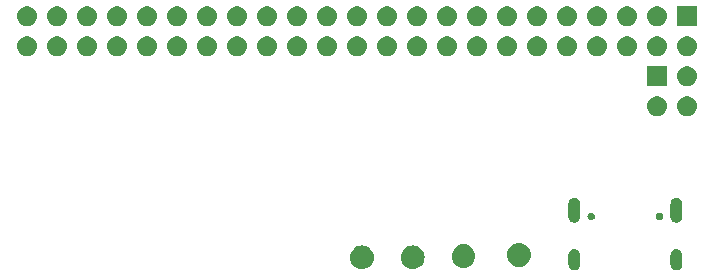
<source format=gbs>
G04 #@! TF.GenerationSoftware,KiCad,Pcbnew,7.0.6-7.0.6~ubuntu22.04.1*
G04 #@! TF.CreationDate,2023-07-20T16:44:22-04:00*
G04 #@! TF.ProjectId,f1c_linux,6631635f-6c69-46e7-9578-2e6b69636164,1*
G04 #@! TF.SameCoordinates,Original*
G04 #@! TF.FileFunction,Soldermask,Bot*
G04 #@! TF.FilePolarity,Negative*
%FSLAX46Y46*%
G04 Gerber Fmt 4.6, Leading zero omitted, Abs format (unit mm)*
G04 Created by KiCad (PCBNEW 7.0.6-7.0.6~ubuntu22.04.1) date 2023-07-20 16:44:22*
%MOMM*%
%LPD*%
G01*
G04 APERTURE LIST*
G04 APERTURE END LIST*
G36*
X108896305Y-64715089D02*
G01*
X108951157Y-64715089D01*
X108967814Y-64719979D01*
X108981631Y-64720925D01*
X109032001Y-64738826D01*
X109087708Y-64755184D01*
X109099689Y-64762883D01*
X109109813Y-64766482D01*
X109155824Y-64798959D01*
X109207430Y-64832125D01*
X109214707Y-64840523D01*
X109220950Y-64844930D01*
X109258192Y-64890707D01*
X109300627Y-64939680D01*
X109303945Y-64946947D01*
X109306801Y-64950457D01*
X109331182Y-65006588D01*
X109359746Y-65069134D01*
X109360436Y-65073936D01*
X109360998Y-65075229D01*
X109369153Y-65134560D01*
X109380000Y-65210000D01*
X109380000Y-66010000D01*
X109379772Y-66011580D01*
X109375344Y-66076327D01*
X109365318Y-66112106D01*
X109359746Y-66150866D01*
X109346065Y-66180823D01*
X109338168Y-66209008D01*
X109318192Y-66241856D01*
X109300627Y-66280320D01*
X109281095Y-66302861D01*
X109267485Y-66325242D01*
X109237166Y-66353557D01*
X109207430Y-66387875D01*
X109184955Y-66402318D01*
X109168065Y-66418093D01*
X109128553Y-66438566D01*
X109087708Y-66464816D01*
X109065058Y-66471466D01*
X109047277Y-66480680D01*
X109000756Y-66490347D01*
X108951157Y-66504911D01*
X108930674Y-66504911D01*
X108914091Y-66508357D01*
X108863708Y-66504911D01*
X108808843Y-66504911D01*
X108792181Y-66500018D01*
X108778368Y-66499074D01*
X108728009Y-66481176D01*
X108672292Y-66464816D01*
X108660308Y-66457114D01*
X108650186Y-66453517D01*
X108604180Y-66421043D01*
X108552570Y-66387875D01*
X108545291Y-66379475D01*
X108539049Y-66375069D01*
X108501804Y-66329288D01*
X108459373Y-66280320D01*
X108456054Y-66273052D01*
X108453198Y-66269542D01*
X108428805Y-66213386D01*
X108400254Y-66150866D01*
X108399563Y-66146065D01*
X108399001Y-66144770D01*
X108390837Y-66085371D01*
X108380000Y-66010000D01*
X108380000Y-65210000D01*
X108380227Y-65208420D01*
X108384655Y-65143672D01*
X108394682Y-65107884D01*
X108400254Y-65069134D01*
X108413931Y-65039183D01*
X108421831Y-65010991D01*
X108441812Y-64978132D01*
X108459373Y-64939680D01*
X108478899Y-64917145D01*
X108492514Y-64894757D01*
X108522842Y-64866432D01*
X108552570Y-64832125D01*
X108575037Y-64817685D01*
X108591934Y-64801906D01*
X108631458Y-64781425D01*
X108672292Y-64755184D01*
X108694935Y-64748535D01*
X108712722Y-64739319D01*
X108759257Y-64729648D01*
X108808843Y-64715089D01*
X108829321Y-64715089D01*
X108845908Y-64711642D01*
X108896305Y-64715089D01*
G37*
G36*
X117536305Y-64715089D02*
G01*
X117591157Y-64715089D01*
X117607814Y-64719979D01*
X117621631Y-64720925D01*
X117672001Y-64738826D01*
X117727708Y-64755184D01*
X117739689Y-64762883D01*
X117749813Y-64766482D01*
X117795824Y-64798959D01*
X117847430Y-64832125D01*
X117854707Y-64840523D01*
X117860950Y-64844930D01*
X117898192Y-64890707D01*
X117940627Y-64939680D01*
X117943945Y-64946947D01*
X117946801Y-64950457D01*
X117971182Y-65006588D01*
X117999746Y-65069134D01*
X118000436Y-65073936D01*
X118000998Y-65075229D01*
X118009153Y-65134560D01*
X118020000Y-65210000D01*
X118020000Y-66010000D01*
X118019772Y-66011580D01*
X118015344Y-66076327D01*
X118005318Y-66112106D01*
X117999746Y-66150866D01*
X117986065Y-66180823D01*
X117978168Y-66209008D01*
X117958192Y-66241856D01*
X117940627Y-66280320D01*
X117921095Y-66302861D01*
X117907485Y-66325242D01*
X117877166Y-66353557D01*
X117847430Y-66387875D01*
X117824955Y-66402318D01*
X117808065Y-66418093D01*
X117768553Y-66438566D01*
X117727708Y-66464816D01*
X117705058Y-66471466D01*
X117687277Y-66480680D01*
X117640756Y-66490347D01*
X117591157Y-66504911D01*
X117570674Y-66504911D01*
X117554091Y-66508357D01*
X117503708Y-66504911D01*
X117448843Y-66504911D01*
X117432181Y-66500018D01*
X117418368Y-66499074D01*
X117368009Y-66481176D01*
X117312292Y-66464816D01*
X117300308Y-66457114D01*
X117290186Y-66453517D01*
X117244180Y-66421043D01*
X117192570Y-66387875D01*
X117185291Y-66379475D01*
X117179049Y-66375069D01*
X117141804Y-66329288D01*
X117099373Y-66280320D01*
X117096054Y-66273052D01*
X117093198Y-66269542D01*
X117068805Y-66213386D01*
X117040254Y-66150866D01*
X117039563Y-66146065D01*
X117039001Y-66144770D01*
X117030837Y-66085371D01*
X117020000Y-66010000D01*
X117020000Y-65210000D01*
X117020227Y-65208420D01*
X117024655Y-65143672D01*
X117034682Y-65107884D01*
X117040254Y-65069134D01*
X117053931Y-65039183D01*
X117061831Y-65010991D01*
X117081812Y-64978132D01*
X117099373Y-64939680D01*
X117118899Y-64917145D01*
X117132514Y-64894757D01*
X117162842Y-64866432D01*
X117192570Y-64832125D01*
X117215037Y-64817685D01*
X117231934Y-64801906D01*
X117271458Y-64781425D01*
X117312292Y-64755184D01*
X117334935Y-64748535D01*
X117352722Y-64739319D01*
X117399257Y-64729648D01*
X117448843Y-64715089D01*
X117469321Y-64715089D01*
X117485908Y-64711642D01*
X117536305Y-64715089D01*
G37*
G36*
X91096031Y-64414468D02*
G01*
X91284536Y-64471650D01*
X91438390Y-64553887D01*
X91458259Y-64564507D01*
X91610528Y-64689472D01*
X91735493Y-64841741D01*
X91828350Y-65015465D01*
X91885531Y-65203966D01*
X91904839Y-65400000D01*
X91885531Y-65596034D01*
X91828350Y-65784535D01*
X91735493Y-65958259D01*
X91610528Y-66110528D01*
X91458259Y-66235493D01*
X91284535Y-66328350D01*
X91096034Y-66385531D01*
X90900000Y-66404839D01*
X90703966Y-66385531D01*
X90515465Y-66328350D01*
X90341741Y-66235493D01*
X90189472Y-66110528D01*
X90064507Y-65958259D01*
X90011055Y-65858257D01*
X89971650Y-65784536D01*
X89914468Y-65596031D01*
X89895161Y-65400000D01*
X89914468Y-65203968D01*
X89971650Y-65015463D01*
X90064506Y-64841742D01*
X90189472Y-64689472D01*
X90341742Y-64564506D01*
X90515463Y-64471650D01*
X90703968Y-64414468D01*
X90900000Y-64395161D01*
X91096031Y-64414468D01*
G37*
G36*
X95396031Y-64414468D02*
G01*
X95584536Y-64471650D01*
X95738390Y-64553887D01*
X95758259Y-64564507D01*
X95910528Y-64689472D01*
X96035493Y-64841741D01*
X96128350Y-65015465D01*
X96185531Y-65203966D01*
X96204839Y-65400000D01*
X96185531Y-65596034D01*
X96128350Y-65784535D01*
X96035493Y-65958259D01*
X95910528Y-66110528D01*
X95758259Y-66235493D01*
X95584535Y-66328350D01*
X95396034Y-66385531D01*
X95200000Y-66404839D01*
X95003966Y-66385531D01*
X94815465Y-66328350D01*
X94641741Y-66235493D01*
X94489472Y-66110528D01*
X94364507Y-65958259D01*
X94311055Y-65858257D01*
X94271650Y-65784536D01*
X94214468Y-65596031D01*
X94195161Y-65400000D01*
X94214468Y-65203968D01*
X94271650Y-65015463D01*
X94364506Y-64841742D01*
X94489472Y-64689472D01*
X94641742Y-64564506D01*
X94815463Y-64471650D01*
X95003968Y-64414468D01*
X95200000Y-64395161D01*
X95396031Y-64414468D01*
G37*
G36*
X99696031Y-64314468D02*
G01*
X99884536Y-64371650D01*
X100038390Y-64453887D01*
X100058259Y-64464507D01*
X100210528Y-64589472D01*
X100335493Y-64741741D01*
X100428350Y-64915465D01*
X100485531Y-65103966D01*
X100504839Y-65300000D01*
X100485531Y-65496034D01*
X100428350Y-65684535D01*
X100335493Y-65858259D01*
X100210528Y-66010528D01*
X100058259Y-66135493D01*
X99884535Y-66228350D01*
X99696034Y-66285531D01*
X99500000Y-66304839D01*
X99303966Y-66285531D01*
X99115465Y-66228350D01*
X98941741Y-66135493D01*
X98789472Y-66010528D01*
X98664507Y-65858259D01*
X98611055Y-65758257D01*
X98571650Y-65684536D01*
X98514468Y-65496031D01*
X98495161Y-65300000D01*
X98514468Y-65103968D01*
X98571650Y-64915463D01*
X98664506Y-64741742D01*
X98789472Y-64589472D01*
X98941742Y-64464506D01*
X99115463Y-64371650D01*
X99303968Y-64314468D01*
X99500000Y-64295161D01*
X99696031Y-64314468D01*
G37*
G36*
X104396031Y-64214468D02*
G01*
X104584536Y-64271650D01*
X104738390Y-64353887D01*
X104758259Y-64364507D01*
X104910528Y-64489472D01*
X105035493Y-64641741D01*
X105128350Y-64815465D01*
X105185531Y-65003966D01*
X105204839Y-65200000D01*
X105185531Y-65396034D01*
X105128350Y-65584535D01*
X105035493Y-65758259D01*
X104910528Y-65910528D01*
X104758259Y-66035493D01*
X104584535Y-66128350D01*
X104396034Y-66185531D01*
X104200000Y-66204839D01*
X104003966Y-66185531D01*
X103815465Y-66128350D01*
X103641741Y-66035493D01*
X103489472Y-65910528D01*
X103364507Y-65758259D01*
X103277796Y-65596034D01*
X103271650Y-65584536D01*
X103214468Y-65396031D01*
X103195161Y-65200000D01*
X103214468Y-65003968D01*
X103271650Y-64815463D01*
X103364506Y-64641742D01*
X103489472Y-64489472D01*
X103641742Y-64364506D01*
X103815463Y-64271650D01*
X104003968Y-64214468D01*
X104200000Y-64195161D01*
X104396031Y-64214468D01*
G37*
G36*
X108896305Y-60365089D02*
G01*
X108951157Y-60365089D01*
X108967814Y-60369979D01*
X108981631Y-60370925D01*
X109032001Y-60388826D01*
X109087708Y-60405184D01*
X109099689Y-60412883D01*
X109109813Y-60416482D01*
X109155824Y-60448959D01*
X109207430Y-60482125D01*
X109214707Y-60490523D01*
X109220950Y-60494930D01*
X109258192Y-60540707D01*
X109300627Y-60589680D01*
X109303945Y-60596947D01*
X109306801Y-60600457D01*
X109331182Y-60656588D01*
X109359746Y-60719134D01*
X109360436Y-60723936D01*
X109360998Y-60725229D01*
X109369153Y-60784560D01*
X109380000Y-60860000D01*
X109380000Y-61960000D01*
X109379772Y-61961580D01*
X109375344Y-62026327D01*
X109365318Y-62062106D01*
X109359746Y-62100866D01*
X109346065Y-62130823D01*
X109338168Y-62159008D01*
X109318192Y-62191856D01*
X109300627Y-62230320D01*
X109281095Y-62252861D01*
X109267485Y-62275242D01*
X109237166Y-62303557D01*
X109207430Y-62337875D01*
X109184955Y-62352318D01*
X109168065Y-62368093D01*
X109128553Y-62388566D01*
X109087708Y-62414816D01*
X109065058Y-62421466D01*
X109047277Y-62430680D01*
X109000756Y-62440347D01*
X108951157Y-62454911D01*
X108930674Y-62454911D01*
X108914091Y-62458357D01*
X108863708Y-62454911D01*
X108808843Y-62454911D01*
X108792181Y-62450018D01*
X108778368Y-62449074D01*
X108728009Y-62431176D01*
X108672292Y-62414816D01*
X108660308Y-62407114D01*
X108650186Y-62403517D01*
X108604180Y-62371043D01*
X108552570Y-62337875D01*
X108545291Y-62329475D01*
X108539049Y-62325069D01*
X108501804Y-62279288D01*
X108459373Y-62230320D01*
X108456054Y-62223052D01*
X108453198Y-62219542D01*
X108428805Y-62163386D01*
X108400254Y-62100866D01*
X108399563Y-62096065D01*
X108399001Y-62094770D01*
X108390837Y-62035371D01*
X108380000Y-61960000D01*
X108380000Y-60860000D01*
X108380227Y-60858420D01*
X108384655Y-60793672D01*
X108394682Y-60757884D01*
X108400254Y-60719134D01*
X108413931Y-60689183D01*
X108421831Y-60660991D01*
X108441812Y-60628132D01*
X108459373Y-60589680D01*
X108478899Y-60567145D01*
X108492514Y-60544757D01*
X108522842Y-60516432D01*
X108552570Y-60482125D01*
X108575037Y-60467685D01*
X108591934Y-60451906D01*
X108631458Y-60431425D01*
X108672292Y-60405184D01*
X108694935Y-60398535D01*
X108712722Y-60389319D01*
X108759257Y-60379648D01*
X108808843Y-60365089D01*
X108829321Y-60365089D01*
X108845908Y-60361642D01*
X108896305Y-60365089D01*
G37*
G36*
X117536305Y-60365089D02*
G01*
X117591157Y-60365089D01*
X117607814Y-60369979D01*
X117621631Y-60370925D01*
X117672001Y-60388826D01*
X117727708Y-60405184D01*
X117739689Y-60412883D01*
X117749813Y-60416482D01*
X117795824Y-60448959D01*
X117847430Y-60482125D01*
X117854707Y-60490523D01*
X117860950Y-60494930D01*
X117898192Y-60540707D01*
X117940627Y-60589680D01*
X117943945Y-60596947D01*
X117946801Y-60600457D01*
X117971182Y-60656588D01*
X117999746Y-60719134D01*
X118000436Y-60723936D01*
X118000998Y-60725229D01*
X118009153Y-60784560D01*
X118020000Y-60860000D01*
X118020000Y-61960000D01*
X118019772Y-61961580D01*
X118015344Y-62026327D01*
X118005318Y-62062106D01*
X117999746Y-62100866D01*
X117986065Y-62130823D01*
X117978168Y-62159008D01*
X117958192Y-62191856D01*
X117940627Y-62230320D01*
X117921095Y-62252861D01*
X117907485Y-62275242D01*
X117877166Y-62303557D01*
X117847430Y-62337875D01*
X117824955Y-62352318D01*
X117808065Y-62368093D01*
X117768553Y-62388566D01*
X117727708Y-62414816D01*
X117705058Y-62421466D01*
X117687277Y-62430680D01*
X117640756Y-62440347D01*
X117591157Y-62454911D01*
X117570674Y-62454911D01*
X117554091Y-62458357D01*
X117503708Y-62454911D01*
X117448843Y-62454911D01*
X117432181Y-62450018D01*
X117418368Y-62449074D01*
X117368009Y-62431176D01*
X117312292Y-62414816D01*
X117300308Y-62407114D01*
X117290186Y-62403517D01*
X117244180Y-62371043D01*
X117192570Y-62337875D01*
X117185291Y-62329475D01*
X117179049Y-62325069D01*
X117141804Y-62279288D01*
X117099373Y-62230320D01*
X117096054Y-62223052D01*
X117093198Y-62219542D01*
X117068805Y-62163386D01*
X117040254Y-62100866D01*
X117039563Y-62096065D01*
X117039001Y-62094770D01*
X117030837Y-62035371D01*
X117020000Y-61960000D01*
X117020000Y-60860000D01*
X117020227Y-60858420D01*
X117024655Y-60793672D01*
X117034682Y-60757884D01*
X117040254Y-60719134D01*
X117053931Y-60689183D01*
X117061831Y-60660991D01*
X117081812Y-60628132D01*
X117099373Y-60589680D01*
X117118899Y-60567145D01*
X117132514Y-60544757D01*
X117162842Y-60516432D01*
X117192570Y-60482125D01*
X117215037Y-60467685D01*
X117231934Y-60451906D01*
X117271458Y-60431425D01*
X117312292Y-60405184D01*
X117334935Y-60398535D01*
X117352722Y-60389319D01*
X117399257Y-60379648D01*
X117448843Y-60365089D01*
X117469321Y-60365089D01*
X117485908Y-60361642D01*
X117536305Y-60365089D01*
G37*
G36*
X110337174Y-61609937D02*
G01*
X110366436Y-61609937D01*
X110388978Y-61618141D01*
X110410237Y-61621509D01*
X110440265Y-61636809D01*
X110472500Y-61648542D01*
X110486735Y-61660487D01*
X110500658Y-61667581D01*
X110529175Y-61696098D01*
X110558964Y-61721094D01*
X110565511Y-61732434D01*
X110572418Y-61739341D01*
X110594345Y-61782375D01*
X110615400Y-61818843D01*
X110616708Y-61826266D01*
X110618490Y-61829762D01*
X110628770Y-61894668D01*
X110635000Y-61930000D01*
X110628769Y-61965335D01*
X110618490Y-62030237D01*
X110616709Y-62033731D01*
X110615400Y-62041157D01*
X110594340Y-62077631D01*
X110572418Y-62120658D01*
X110565512Y-62127563D01*
X110558964Y-62138906D01*
X110529168Y-62163907D01*
X110500658Y-62192418D01*
X110486738Y-62199510D01*
X110472500Y-62211458D01*
X110440258Y-62223193D01*
X110410237Y-62238490D01*
X110388983Y-62241856D01*
X110366436Y-62250063D01*
X110337168Y-62250063D01*
X110310000Y-62254366D01*
X110282832Y-62250063D01*
X110253564Y-62250063D01*
X110231017Y-62241856D01*
X110209762Y-62238490D01*
X110179737Y-62223191D01*
X110147500Y-62211458D01*
X110133262Y-62199511D01*
X110119341Y-62192418D01*
X110090824Y-62163901D01*
X110061036Y-62138906D01*
X110054488Y-62127565D01*
X110047581Y-62120658D01*
X110025650Y-62077617D01*
X110004600Y-62041157D01*
X110003291Y-62033734D01*
X110001509Y-62030237D01*
X109991220Y-61965279D01*
X109985000Y-61930000D01*
X109991220Y-61894723D01*
X110001509Y-61829762D01*
X110003291Y-61826263D01*
X110004600Y-61818843D01*
X110025646Y-61782390D01*
X110047581Y-61739341D01*
X110054489Y-61732432D01*
X110061036Y-61721094D01*
X110090818Y-61696103D01*
X110119341Y-61667581D01*
X110133265Y-61660485D01*
X110147500Y-61648542D01*
X110179731Y-61636810D01*
X110209762Y-61621509D01*
X110231022Y-61618141D01*
X110253564Y-61609937D01*
X110282825Y-61609937D01*
X110310000Y-61605633D01*
X110337174Y-61609937D01*
G37*
G36*
X116117174Y-61609937D02*
G01*
X116146436Y-61609937D01*
X116168978Y-61618141D01*
X116190237Y-61621509D01*
X116220265Y-61636809D01*
X116252500Y-61648542D01*
X116266735Y-61660487D01*
X116280658Y-61667581D01*
X116309175Y-61696098D01*
X116338964Y-61721094D01*
X116345511Y-61732434D01*
X116352418Y-61739341D01*
X116374345Y-61782375D01*
X116395400Y-61818843D01*
X116396708Y-61826266D01*
X116398490Y-61829762D01*
X116408770Y-61894668D01*
X116415000Y-61930000D01*
X116408769Y-61965335D01*
X116398490Y-62030237D01*
X116396709Y-62033731D01*
X116395400Y-62041157D01*
X116374340Y-62077631D01*
X116352418Y-62120658D01*
X116345512Y-62127563D01*
X116338964Y-62138906D01*
X116309168Y-62163907D01*
X116280658Y-62192418D01*
X116266738Y-62199510D01*
X116252500Y-62211458D01*
X116220258Y-62223193D01*
X116190237Y-62238490D01*
X116168983Y-62241856D01*
X116146436Y-62250063D01*
X116117168Y-62250063D01*
X116090000Y-62254366D01*
X116062832Y-62250063D01*
X116033564Y-62250063D01*
X116011017Y-62241856D01*
X115989762Y-62238490D01*
X115959737Y-62223191D01*
X115927500Y-62211458D01*
X115913262Y-62199511D01*
X115899341Y-62192418D01*
X115870824Y-62163901D01*
X115841036Y-62138906D01*
X115834488Y-62127565D01*
X115827581Y-62120658D01*
X115805650Y-62077617D01*
X115784600Y-62041157D01*
X115783291Y-62033734D01*
X115781509Y-62030237D01*
X115771220Y-61965279D01*
X115765000Y-61930000D01*
X115771220Y-61894723D01*
X115781509Y-61829762D01*
X115783291Y-61826263D01*
X115784600Y-61818843D01*
X115805646Y-61782390D01*
X115827581Y-61739341D01*
X115834489Y-61732432D01*
X115841036Y-61721094D01*
X115870818Y-61696103D01*
X115899341Y-61667581D01*
X115913265Y-61660485D01*
X115927500Y-61648542D01*
X115959731Y-61636810D01*
X115989762Y-61621509D01*
X116011022Y-61618141D01*
X116033564Y-61609937D01*
X116062825Y-61609937D01*
X116090000Y-61605633D01*
X116117174Y-61609937D01*
G37*
G36*
X116147664Y-51811602D02*
G01*
X116310000Y-51883878D01*
X116453761Y-51988327D01*
X116572664Y-52120383D01*
X116661514Y-52274274D01*
X116716425Y-52443275D01*
X116735000Y-52620000D01*
X116716425Y-52796725D01*
X116661514Y-52965726D01*
X116572664Y-53119617D01*
X116453761Y-53251673D01*
X116310000Y-53356122D01*
X116147664Y-53428398D01*
X115973849Y-53465344D01*
X115796151Y-53465344D01*
X115622336Y-53428398D01*
X115460000Y-53356122D01*
X115316239Y-53251673D01*
X115197336Y-53119617D01*
X115108486Y-52965726D01*
X115053575Y-52796725D01*
X115035000Y-52620000D01*
X115053575Y-52443275D01*
X115108486Y-52274274D01*
X115197336Y-52120383D01*
X115316239Y-51988327D01*
X115460000Y-51883878D01*
X115622336Y-51811602D01*
X115796151Y-51774656D01*
X115973849Y-51774656D01*
X116147664Y-51811602D01*
G37*
G36*
X118687664Y-51811602D02*
G01*
X118850000Y-51883878D01*
X118993761Y-51988327D01*
X119112664Y-52120383D01*
X119201514Y-52274274D01*
X119256425Y-52443275D01*
X119275000Y-52620000D01*
X119256425Y-52796725D01*
X119201514Y-52965726D01*
X119112664Y-53119617D01*
X118993761Y-53251673D01*
X118850000Y-53356122D01*
X118687664Y-53428398D01*
X118513849Y-53465344D01*
X118336151Y-53465344D01*
X118162336Y-53428398D01*
X118000000Y-53356122D01*
X117856239Y-53251673D01*
X117737336Y-53119617D01*
X117648486Y-52965726D01*
X117593575Y-52796725D01*
X117575000Y-52620000D01*
X117593575Y-52443275D01*
X117648486Y-52274274D01*
X117737336Y-52120383D01*
X117856239Y-51988327D01*
X118000000Y-51883878D01*
X118162336Y-51811602D01*
X118336151Y-51774656D01*
X118513849Y-51774656D01*
X118687664Y-51811602D01*
G37*
G36*
X116735000Y-50930000D02*
G01*
X115035000Y-50930000D01*
X115035000Y-49230000D01*
X116735000Y-49230000D01*
X116735000Y-50930000D01*
G37*
G36*
X118687664Y-49271602D02*
G01*
X118850000Y-49343878D01*
X118993761Y-49448327D01*
X119112664Y-49580383D01*
X119201514Y-49734274D01*
X119256425Y-49903275D01*
X119275000Y-50080000D01*
X119256425Y-50256725D01*
X119201514Y-50425726D01*
X119112664Y-50579617D01*
X118993761Y-50711673D01*
X118850000Y-50816122D01*
X118687664Y-50888398D01*
X118513849Y-50925344D01*
X118336151Y-50925344D01*
X118162336Y-50888398D01*
X118000000Y-50816122D01*
X117856239Y-50711673D01*
X117737336Y-50579617D01*
X117648486Y-50425726D01*
X117593575Y-50256725D01*
X117575000Y-50080000D01*
X117593575Y-49903275D01*
X117648486Y-49734274D01*
X117737336Y-49580383D01*
X117856239Y-49448327D01*
X118000000Y-49343878D01*
X118162336Y-49271602D01*
X118336151Y-49234656D01*
X118513849Y-49234656D01*
X118687664Y-49271602D01*
G37*
G36*
X62807664Y-46731602D02*
G01*
X62970000Y-46803878D01*
X63113761Y-46908327D01*
X63232664Y-47040383D01*
X63321514Y-47194274D01*
X63376425Y-47363275D01*
X63395000Y-47540000D01*
X63376425Y-47716725D01*
X63321514Y-47885726D01*
X63232664Y-48039617D01*
X63113761Y-48171673D01*
X62970000Y-48276122D01*
X62807664Y-48348398D01*
X62633849Y-48385344D01*
X62456151Y-48385344D01*
X62282336Y-48348398D01*
X62120000Y-48276122D01*
X61976239Y-48171673D01*
X61857336Y-48039617D01*
X61768486Y-47885726D01*
X61713575Y-47716725D01*
X61695000Y-47540000D01*
X61713575Y-47363275D01*
X61768486Y-47194274D01*
X61857336Y-47040383D01*
X61976239Y-46908327D01*
X62120000Y-46803878D01*
X62282336Y-46731602D01*
X62456151Y-46694656D01*
X62633849Y-46694656D01*
X62807664Y-46731602D01*
G37*
G36*
X65347664Y-46731602D02*
G01*
X65510000Y-46803878D01*
X65653761Y-46908327D01*
X65772664Y-47040383D01*
X65861514Y-47194274D01*
X65916425Y-47363275D01*
X65935000Y-47540000D01*
X65916425Y-47716725D01*
X65861514Y-47885726D01*
X65772664Y-48039617D01*
X65653761Y-48171673D01*
X65510000Y-48276122D01*
X65347664Y-48348398D01*
X65173849Y-48385344D01*
X64996151Y-48385344D01*
X64822336Y-48348398D01*
X64660000Y-48276122D01*
X64516239Y-48171673D01*
X64397336Y-48039617D01*
X64308486Y-47885726D01*
X64253575Y-47716725D01*
X64235000Y-47540000D01*
X64253575Y-47363275D01*
X64308486Y-47194274D01*
X64397336Y-47040383D01*
X64516239Y-46908327D01*
X64660000Y-46803878D01*
X64822336Y-46731602D01*
X64996151Y-46694656D01*
X65173849Y-46694656D01*
X65347664Y-46731602D01*
G37*
G36*
X67887664Y-46731602D02*
G01*
X68050000Y-46803878D01*
X68193761Y-46908327D01*
X68312664Y-47040383D01*
X68401514Y-47194274D01*
X68456425Y-47363275D01*
X68475000Y-47540000D01*
X68456425Y-47716725D01*
X68401514Y-47885726D01*
X68312664Y-48039617D01*
X68193761Y-48171673D01*
X68050000Y-48276122D01*
X67887664Y-48348398D01*
X67713849Y-48385344D01*
X67536151Y-48385344D01*
X67362336Y-48348398D01*
X67200000Y-48276122D01*
X67056239Y-48171673D01*
X66937336Y-48039617D01*
X66848486Y-47885726D01*
X66793575Y-47716725D01*
X66775000Y-47540000D01*
X66793575Y-47363275D01*
X66848486Y-47194274D01*
X66937336Y-47040383D01*
X67056239Y-46908327D01*
X67200000Y-46803878D01*
X67362336Y-46731602D01*
X67536151Y-46694656D01*
X67713849Y-46694656D01*
X67887664Y-46731602D01*
G37*
G36*
X70427664Y-46731602D02*
G01*
X70590000Y-46803878D01*
X70733761Y-46908327D01*
X70852664Y-47040383D01*
X70941514Y-47194274D01*
X70996425Y-47363275D01*
X71015000Y-47540000D01*
X70996425Y-47716725D01*
X70941514Y-47885726D01*
X70852664Y-48039617D01*
X70733761Y-48171673D01*
X70590000Y-48276122D01*
X70427664Y-48348398D01*
X70253849Y-48385344D01*
X70076151Y-48385344D01*
X69902336Y-48348398D01*
X69740000Y-48276122D01*
X69596239Y-48171673D01*
X69477336Y-48039617D01*
X69388486Y-47885726D01*
X69333575Y-47716725D01*
X69315000Y-47540000D01*
X69333575Y-47363275D01*
X69388486Y-47194274D01*
X69477336Y-47040383D01*
X69596239Y-46908327D01*
X69740000Y-46803878D01*
X69902336Y-46731602D01*
X70076151Y-46694656D01*
X70253849Y-46694656D01*
X70427664Y-46731602D01*
G37*
G36*
X72967664Y-46731602D02*
G01*
X73130000Y-46803878D01*
X73273761Y-46908327D01*
X73392664Y-47040383D01*
X73481514Y-47194274D01*
X73536425Y-47363275D01*
X73555000Y-47540000D01*
X73536425Y-47716725D01*
X73481514Y-47885726D01*
X73392664Y-48039617D01*
X73273761Y-48171673D01*
X73130000Y-48276122D01*
X72967664Y-48348398D01*
X72793849Y-48385344D01*
X72616151Y-48385344D01*
X72442336Y-48348398D01*
X72280000Y-48276122D01*
X72136239Y-48171673D01*
X72017336Y-48039617D01*
X71928486Y-47885726D01*
X71873575Y-47716725D01*
X71855000Y-47540000D01*
X71873575Y-47363275D01*
X71928486Y-47194274D01*
X72017336Y-47040383D01*
X72136239Y-46908327D01*
X72280000Y-46803878D01*
X72442336Y-46731602D01*
X72616151Y-46694656D01*
X72793849Y-46694656D01*
X72967664Y-46731602D01*
G37*
G36*
X75507664Y-46731602D02*
G01*
X75670000Y-46803878D01*
X75813761Y-46908327D01*
X75932664Y-47040383D01*
X76021514Y-47194274D01*
X76076425Y-47363275D01*
X76095000Y-47540000D01*
X76076425Y-47716725D01*
X76021514Y-47885726D01*
X75932664Y-48039617D01*
X75813761Y-48171673D01*
X75670000Y-48276122D01*
X75507664Y-48348398D01*
X75333849Y-48385344D01*
X75156151Y-48385344D01*
X74982336Y-48348398D01*
X74820000Y-48276122D01*
X74676239Y-48171673D01*
X74557336Y-48039617D01*
X74468486Y-47885726D01*
X74413575Y-47716725D01*
X74395000Y-47540000D01*
X74413575Y-47363275D01*
X74468486Y-47194274D01*
X74557336Y-47040383D01*
X74676239Y-46908327D01*
X74820000Y-46803878D01*
X74982336Y-46731602D01*
X75156151Y-46694656D01*
X75333849Y-46694656D01*
X75507664Y-46731602D01*
G37*
G36*
X78047664Y-46731602D02*
G01*
X78210000Y-46803878D01*
X78353761Y-46908327D01*
X78472664Y-47040383D01*
X78561514Y-47194274D01*
X78616425Y-47363275D01*
X78635000Y-47540000D01*
X78616425Y-47716725D01*
X78561514Y-47885726D01*
X78472664Y-48039617D01*
X78353761Y-48171673D01*
X78210000Y-48276122D01*
X78047664Y-48348398D01*
X77873849Y-48385344D01*
X77696151Y-48385344D01*
X77522336Y-48348398D01*
X77360000Y-48276122D01*
X77216239Y-48171673D01*
X77097336Y-48039617D01*
X77008486Y-47885726D01*
X76953575Y-47716725D01*
X76935000Y-47540000D01*
X76953575Y-47363275D01*
X77008486Y-47194274D01*
X77097336Y-47040383D01*
X77216239Y-46908327D01*
X77360000Y-46803878D01*
X77522336Y-46731602D01*
X77696151Y-46694656D01*
X77873849Y-46694656D01*
X78047664Y-46731602D01*
G37*
G36*
X80587664Y-46731602D02*
G01*
X80750000Y-46803878D01*
X80893761Y-46908327D01*
X81012664Y-47040383D01*
X81101514Y-47194274D01*
X81156425Y-47363275D01*
X81175000Y-47540000D01*
X81156425Y-47716725D01*
X81101514Y-47885726D01*
X81012664Y-48039617D01*
X80893761Y-48171673D01*
X80750000Y-48276122D01*
X80587664Y-48348398D01*
X80413849Y-48385344D01*
X80236151Y-48385344D01*
X80062336Y-48348398D01*
X79900000Y-48276122D01*
X79756239Y-48171673D01*
X79637336Y-48039617D01*
X79548486Y-47885726D01*
X79493575Y-47716725D01*
X79475000Y-47540000D01*
X79493575Y-47363275D01*
X79548486Y-47194274D01*
X79637336Y-47040383D01*
X79756239Y-46908327D01*
X79900000Y-46803878D01*
X80062336Y-46731602D01*
X80236151Y-46694656D01*
X80413849Y-46694656D01*
X80587664Y-46731602D01*
G37*
G36*
X83127664Y-46731602D02*
G01*
X83290000Y-46803878D01*
X83433761Y-46908327D01*
X83552664Y-47040383D01*
X83641514Y-47194274D01*
X83696425Y-47363275D01*
X83715000Y-47540000D01*
X83696425Y-47716725D01*
X83641514Y-47885726D01*
X83552664Y-48039617D01*
X83433761Y-48171673D01*
X83290000Y-48276122D01*
X83127664Y-48348398D01*
X82953849Y-48385344D01*
X82776151Y-48385344D01*
X82602336Y-48348398D01*
X82440000Y-48276122D01*
X82296239Y-48171673D01*
X82177336Y-48039617D01*
X82088486Y-47885726D01*
X82033575Y-47716725D01*
X82015000Y-47540000D01*
X82033575Y-47363275D01*
X82088486Y-47194274D01*
X82177336Y-47040383D01*
X82296239Y-46908327D01*
X82440000Y-46803878D01*
X82602336Y-46731602D01*
X82776151Y-46694656D01*
X82953849Y-46694656D01*
X83127664Y-46731602D01*
G37*
G36*
X85667664Y-46731602D02*
G01*
X85830000Y-46803878D01*
X85973761Y-46908327D01*
X86092664Y-47040383D01*
X86181514Y-47194274D01*
X86236425Y-47363275D01*
X86255000Y-47540000D01*
X86236425Y-47716725D01*
X86181514Y-47885726D01*
X86092664Y-48039617D01*
X85973761Y-48171673D01*
X85830000Y-48276122D01*
X85667664Y-48348398D01*
X85493849Y-48385344D01*
X85316151Y-48385344D01*
X85142336Y-48348398D01*
X84980000Y-48276122D01*
X84836239Y-48171673D01*
X84717336Y-48039617D01*
X84628486Y-47885726D01*
X84573575Y-47716725D01*
X84555000Y-47540000D01*
X84573575Y-47363275D01*
X84628486Y-47194274D01*
X84717336Y-47040383D01*
X84836239Y-46908327D01*
X84980000Y-46803878D01*
X85142336Y-46731602D01*
X85316151Y-46694656D01*
X85493849Y-46694656D01*
X85667664Y-46731602D01*
G37*
G36*
X88207664Y-46731602D02*
G01*
X88370000Y-46803878D01*
X88513761Y-46908327D01*
X88632664Y-47040383D01*
X88721514Y-47194274D01*
X88776425Y-47363275D01*
X88795000Y-47540000D01*
X88776425Y-47716725D01*
X88721514Y-47885726D01*
X88632664Y-48039617D01*
X88513761Y-48171673D01*
X88370000Y-48276122D01*
X88207664Y-48348398D01*
X88033849Y-48385344D01*
X87856151Y-48385344D01*
X87682336Y-48348398D01*
X87520000Y-48276122D01*
X87376239Y-48171673D01*
X87257336Y-48039617D01*
X87168486Y-47885726D01*
X87113575Y-47716725D01*
X87095000Y-47540000D01*
X87113575Y-47363275D01*
X87168486Y-47194274D01*
X87257336Y-47040383D01*
X87376239Y-46908327D01*
X87520000Y-46803878D01*
X87682336Y-46731602D01*
X87856151Y-46694656D01*
X88033849Y-46694656D01*
X88207664Y-46731602D01*
G37*
G36*
X90747664Y-46731602D02*
G01*
X90910000Y-46803878D01*
X91053761Y-46908327D01*
X91172664Y-47040383D01*
X91261514Y-47194274D01*
X91316425Y-47363275D01*
X91335000Y-47540000D01*
X91316425Y-47716725D01*
X91261514Y-47885726D01*
X91172664Y-48039617D01*
X91053761Y-48171673D01*
X90910000Y-48276122D01*
X90747664Y-48348398D01*
X90573849Y-48385344D01*
X90396151Y-48385344D01*
X90222336Y-48348398D01*
X90060000Y-48276122D01*
X89916239Y-48171673D01*
X89797336Y-48039617D01*
X89708486Y-47885726D01*
X89653575Y-47716725D01*
X89635000Y-47540000D01*
X89653575Y-47363275D01*
X89708486Y-47194274D01*
X89797336Y-47040383D01*
X89916239Y-46908327D01*
X90060000Y-46803878D01*
X90222336Y-46731602D01*
X90396151Y-46694656D01*
X90573849Y-46694656D01*
X90747664Y-46731602D01*
G37*
G36*
X93287664Y-46731602D02*
G01*
X93450000Y-46803878D01*
X93593761Y-46908327D01*
X93712664Y-47040383D01*
X93801514Y-47194274D01*
X93856425Y-47363275D01*
X93875000Y-47540000D01*
X93856425Y-47716725D01*
X93801514Y-47885726D01*
X93712664Y-48039617D01*
X93593761Y-48171673D01*
X93450000Y-48276122D01*
X93287664Y-48348398D01*
X93113849Y-48385344D01*
X92936151Y-48385344D01*
X92762336Y-48348398D01*
X92600000Y-48276122D01*
X92456239Y-48171673D01*
X92337336Y-48039617D01*
X92248486Y-47885726D01*
X92193575Y-47716725D01*
X92175000Y-47540000D01*
X92193575Y-47363275D01*
X92248486Y-47194274D01*
X92337336Y-47040383D01*
X92456239Y-46908327D01*
X92600000Y-46803878D01*
X92762336Y-46731602D01*
X92936151Y-46694656D01*
X93113849Y-46694656D01*
X93287664Y-46731602D01*
G37*
G36*
X95827664Y-46731602D02*
G01*
X95990000Y-46803878D01*
X96133761Y-46908327D01*
X96252664Y-47040383D01*
X96341514Y-47194274D01*
X96396425Y-47363275D01*
X96415000Y-47540000D01*
X96396425Y-47716725D01*
X96341514Y-47885726D01*
X96252664Y-48039617D01*
X96133761Y-48171673D01*
X95990000Y-48276122D01*
X95827664Y-48348398D01*
X95653849Y-48385344D01*
X95476151Y-48385344D01*
X95302336Y-48348398D01*
X95140000Y-48276122D01*
X94996239Y-48171673D01*
X94877336Y-48039617D01*
X94788486Y-47885726D01*
X94733575Y-47716725D01*
X94715000Y-47540000D01*
X94733575Y-47363275D01*
X94788486Y-47194274D01*
X94877336Y-47040383D01*
X94996239Y-46908327D01*
X95140000Y-46803878D01*
X95302336Y-46731602D01*
X95476151Y-46694656D01*
X95653849Y-46694656D01*
X95827664Y-46731602D01*
G37*
G36*
X98367664Y-46731602D02*
G01*
X98530000Y-46803878D01*
X98673761Y-46908327D01*
X98792664Y-47040383D01*
X98881514Y-47194274D01*
X98936425Y-47363275D01*
X98955000Y-47540000D01*
X98936425Y-47716725D01*
X98881514Y-47885726D01*
X98792664Y-48039617D01*
X98673761Y-48171673D01*
X98530000Y-48276122D01*
X98367664Y-48348398D01*
X98193849Y-48385344D01*
X98016151Y-48385344D01*
X97842336Y-48348398D01*
X97680000Y-48276122D01*
X97536239Y-48171673D01*
X97417336Y-48039617D01*
X97328486Y-47885726D01*
X97273575Y-47716725D01*
X97255000Y-47540000D01*
X97273575Y-47363275D01*
X97328486Y-47194274D01*
X97417336Y-47040383D01*
X97536239Y-46908327D01*
X97680000Y-46803878D01*
X97842336Y-46731602D01*
X98016151Y-46694656D01*
X98193849Y-46694656D01*
X98367664Y-46731602D01*
G37*
G36*
X100907664Y-46731602D02*
G01*
X101070000Y-46803878D01*
X101213761Y-46908327D01*
X101332664Y-47040383D01*
X101421514Y-47194274D01*
X101476425Y-47363275D01*
X101495000Y-47540000D01*
X101476425Y-47716725D01*
X101421514Y-47885726D01*
X101332664Y-48039617D01*
X101213761Y-48171673D01*
X101070000Y-48276122D01*
X100907664Y-48348398D01*
X100733849Y-48385344D01*
X100556151Y-48385344D01*
X100382336Y-48348398D01*
X100220000Y-48276122D01*
X100076239Y-48171673D01*
X99957336Y-48039617D01*
X99868486Y-47885726D01*
X99813575Y-47716725D01*
X99795000Y-47540000D01*
X99813575Y-47363275D01*
X99868486Y-47194274D01*
X99957336Y-47040383D01*
X100076239Y-46908327D01*
X100220000Y-46803878D01*
X100382336Y-46731602D01*
X100556151Y-46694656D01*
X100733849Y-46694656D01*
X100907664Y-46731602D01*
G37*
G36*
X103447664Y-46731602D02*
G01*
X103610000Y-46803878D01*
X103753761Y-46908327D01*
X103872664Y-47040383D01*
X103961514Y-47194274D01*
X104016425Y-47363275D01*
X104035000Y-47540000D01*
X104016425Y-47716725D01*
X103961514Y-47885726D01*
X103872664Y-48039617D01*
X103753761Y-48171673D01*
X103610000Y-48276122D01*
X103447664Y-48348398D01*
X103273849Y-48385344D01*
X103096151Y-48385344D01*
X102922336Y-48348398D01*
X102760000Y-48276122D01*
X102616239Y-48171673D01*
X102497336Y-48039617D01*
X102408486Y-47885726D01*
X102353575Y-47716725D01*
X102335000Y-47540000D01*
X102353575Y-47363275D01*
X102408486Y-47194274D01*
X102497336Y-47040383D01*
X102616239Y-46908327D01*
X102760000Y-46803878D01*
X102922336Y-46731602D01*
X103096151Y-46694656D01*
X103273849Y-46694656D01*
X103447664Y-46731602D01*
G37*
G36*
X105987664Y-46731602D02*
G01*
X106150000Y-46803878D01*
X106293761Y-46908327D01*
X106412664Y-47040383D01*
X106501514Y-47194274D01*
X106556425Y-47363275D01*
X106575000Y-47540000D01*
X106556425Y-47716725D01*
X106501514Y-47885726D01*
X106412664Y-48039617D01*
X106293761Y-48171673D01*
X106150000Y-48276122D01*
X105987664Y-48348398D01*
X105813849Y-48385344D01*
X105636151Y-48385344D01*
X105462336Y-48348398D01*
X105300000Y-48276122D01*
X105156239Y-48171673D01*
X105037336Y-48039617D01*
X104948486Y-47885726D01*
X104893575Y-47716725D01*
X104875000Y-47540000D01*
X104893575Y-47363275D01*
X104948486Y-47194274D01*
X105037336Y-47040383D01*
X105156239Y-46908327D01*
X105300000Y-46803878D01*
X105462336Y-46731602D01*
X105636151Y-46694656D01*
X105813849Y-46694656D01*
X105987664Y-46731602D01*
G37*
G36*
X108527664Y-46731602D02*
G01*
X108690000Y-46803878D01*
X108833761Y-46908327D01*
X108952664Y-47040383D01*
X109041514Y-47194274D01*
X109096425Y-47363275D01*
X109115000Y-47540000D01*
X109096425Y-47716725D01*
X109041514Y-47885726D01*
X108952664Y-48039617D01*
X108833761Y-48171673D01*
X108690000Y-48276122D01*
X108527664Y-48348398D01*
X108353849Y-48385344D01*
X108176151Y-48385344D01*
X108002336Y-48348398D01*
X107840000Y-48276122D01*
X107696239Y-48171673D01*
X107577336Y-48039617D01*
X107488486Y-47885726D01*
X107433575Y-47716725D01*
X107415000Y-47540000D01*
X107433575Y-47363275D01*
X107488486Y-47194274D01*
X107577336Y-47040383D01*
X107696239Y-46908327D01*
X107840000Y-46803878D01*
X108002336Y-46731602D01*
X108176151Y-46694656D01*
X108353849Y-46694656D01*
X108527664Y-46731602D01*
G37*
G36*
X111067664Y-46731602D02*
G01*
X111230000Y-46803878D01*
X111373761Y-46908327D01*
X111492664Y-47040383D01*
X111581514Y-47194274D01*
X111636425Y-47363275D01*
X111655000Y-47540000D01*
X111636425Y-47716725D01*
X111581514Y-47885726D01*
X111492664Y-48039617D01*
X111373761Y-48171673D01*
X111230000Y-48276122D01*
X111067664Y-48348398D01*
X110893849Y-48385344D01*
X110716151Y-48385344D01*
X110542336Y-48348398D01*
X110380000Y-48276122D01*
X110236239Y-48171673D01*
X110117336Y-48039617D01*
X110028486Y-47885726D01*
X109973575Y-47716725D01*
X109955000Y-47540000D01*
X109973575Y-47363275D01*
X110028486Y-47194274D01*
X110117336Y-47040383D01*
X110236239Y-46908327D01*
X110380000Y-46803878D01*
X110542336Y-46731602D01*
X110716151Y-46694656D01*
X110893849Y-46694656D01*
X111067664Y-46731602D01*
G37*
G36*
X113607664Y-46731602D02*
G01*
X113770000Y-46803878D01*
X113913761Y-46908327D01*
X114032664Y-47040383D01*
X114121514Y-47194274D01*
X114176425Y-47363275D01*
X114195000Y-47540000D01*
X114176425Y-47716725D01*
X114121514Y-47885726D01*
X114032664Y-48039617D01*
X113913761Y-48171673D01*
X113770000Y-48276122D01*
X113607664Y-48348398D01*
X113433849Y-48385344D01*
X113256151Y-48385344D01*
X113082336Y-48348398D01*
X112920000Y-48276122D01*
X112776239Y-48171673D01*
X112657336Y-48039617D01*
X112568486Y-47885726D01*
X112513575Y-47716725D01*
X112495000Y-47540000D01*
X112513575Y-47363275D01*
X112568486Y-47194274D01*
X112657336Y-47040383D01*
X112776239Y-46908327D01*
X112920000Y-46803878D01*
X113082336Y-46731602D01*
X113256151Y-46694656D01*
X113433849Y-46694656D01*
X113607664Y-46731602D01*
G37*
G36*
X116147664Y-46731602D02*
G01*
X116310000Y-46803878D01*
X116453761Y-46908327D01*
X116572664Y-47040383D01*
X116661514Y-47194274D01*
X116716425Y-47363275D01*
X116735000Y-47540000D01*
X116716425Y-47716725D01*
X116661514Y-47885726D01*
X116572664Y-48039617D01*
X116453761Y-48171673D01*
X116310000Y-48276122D01*
X116147664Y-48348398D01*
X115973849Y-48385344D01*
X115796151Y-48385344D01*
X115622336Y-48348398D01*
X115460000Y-48276122D01*
X115316239Y-48171673D01*
X115197336Y-48039617D01*
X115108486Y-47885726D01*
X115053575Y-47716725D01*
X115035000Y-47540000D01*
X115053575Y-47363275D01*
X115108486Y-47194274D01*
X115197336Y-47040383D01*
X115316239Y-46908327D01*
X115460000Y-46803878D01*
X115622336Y-46731602D01*
X115796151Y-46694656D01*
X115973849Y-46694656D01*
X116147664Y-46731602D01*
G37*
G36*
X118687664Y-46731602D02*
G01*
X118850000Y-46803878D01*
X118993761Y-46908327D01*
X119112664Y-47040383D01*
X119201514Y-47194274D01*
X119256425Y-47363275D01*
X119275000Y-47540000D01*
X119256425Y-47716725D01*
X119201514Y-47885726D01*
X119112664Y-48039617D01*
X118993761Y-48171673D01*
X118850000Y-48276122D01*
X118687664Y-48348398D01*
X118513849Y-48385344D01*
X118336151Y-48385344D01*
X118162336Y-48348398D01*
X118000000Y-48276122D01*
X117856239Y-48171673D01*
X117737336Y-48039617D01*
X117648486Y-47885726D01*
X117593575Y-47716725D01*
X117575000Y-47540000D01*
X117593575Y-47363275D01*
X117648486Y-47194274D01*
X117737336Y-47040383D01*
X117856239Y-46908327D01*
X118000000Y-46803878D01*
X118162336Y-46731602D01*
X118336151Y-46694656D01*
X118513849Y-46694656D01*
X118687664Y-46731602D01*
G37*
G36*
X119275000Y-45850000D02*
G01*
X117575000Y-45850000D01*
X117575000Y-44150000D01*
X119275000Y-44150000D01*
X119275000Y-45850000D01*
G37*
G36*
X62807664Y-44191602D02*
G01*
X62970000Y-44263878D01*
X63113761Y-44368327D01*
X63232664Y-44500383D01*
X63321514Y-44654274D01*
X63376425Y-44823275D01*
X63395000Y-45000000D01*
X63376425Y-45176725D01*
X63321514Y-45345726D01*
X63232664Y-45499617D01*
X63113761Y-45631673D01*
X62970000Y-45736122D01*
X62807664Y-45808398D01*
X62633849Y-45845344D01*
X62456151Y-45845344D01*
X62282336Y-45808398D01*
X62120000Y-45736122D01*
X61976239Y-45631673D01*
X61857336Y-45499617D01*
X61768486Y-45345726D01*
X61713575Y-45176725D01*
X61695000Y-45000000D01*
X61713575Y-44823275D01*
X61768486Y-44654274D01*
X61857336Y-44500383D01*
X61976239Y-44368327D01*
X62120000Y-44263878D01*
X62282336Y-44191602D01*
X62456151Y-44154656D01*
X62633849Y-44154656D01*
X62807664Y-44191602D01*
G37*
G36*
X65347664Y-44191602D02*
G01*
X65510000Y-44263878D01*
X65653761Y-44368327D01*
X65772664Y-44500383D01*
X65861514Y-44654274D01*
X65916425Y-44823275D01*
X65935000Y-45000000D01*
X65916425Y-45176725D01*
X65861514Y-45345726D01*
X65772664Y-45499617D01*
X65653761Y-45631673D01*
X65510000Y-45736122D01*
X65347664Y-45808398D01*
X65173849Y-45845344D01*
X64996151Y-45845344D01*
X64822336Y-45808398D01*
X64660000Y-45736122D01*
X64516239Y-45631673D01*
X64397336Y-45499617D01*
X64308486Y-45345726D01*
X64253575Y-45176725D01*
X64235000Y-45000000D01*
X64253575Y-44823275D01*
X64308486Y-44654274D01*
X64397336Y-44500383D01*
X64516239Y-44368327D01*
X64660000Y-44263878D01*
X64822336Y-44191602D01*
X64996151Y-44154656D01*
X65173849Y-44154656D01*
X65347664Y-44191602D01*
G37*
G36*
X67887664Y-44191602D02*
G01*
X68050000Y-44263878D01*
X68193761Y-44368327D01*
X68312664Y-44500383D01*
X68401514Y-44654274D01*
X68456425Y-44823275D01*
X68475000Y-45000000D01*
X68456425Y-45176725D01*
X68401514Y-45345726D01*
X68312664Y-45499617D01*
X68193761Y-45631673D01*
X68050000Y-45736122D01*
X67887664Y-45808398D01*
X67713849Y-45845344D01*
X67536151Y-45845344D01*
X67362336Y-45808398D01*
X67200000Y-45736122D01*
X67056239Y-45631673D01*
X66937336Y-45499617D01*
X66848486Y-45345726D01*
X66793575Y-45176725D01*
X66775000Y-45000000D01*
X66793575Y-44823275D01*
X66848486Y-44654274D01*
X66937336Y-44500383D01*
X67056239Y-44368327D01*
X67200000Y-44263878D01*
X67362336Y-44191602D01*
X67536151Y-44154656D01*
X67713849Y-44154656D01*
X67887664Y-44191602D01*
G37*
G36*
X70427664Y-44191602D02*
G01*
X70590000Y-44263878D01*
X70733761Y-44368327D01*
X70852664Y-44500383D01*
X70941514Y-44654274D01*
X70996425Y-44823275D01*
X71015000Y-45000000D01*
X70996425Y-45176725D01*
X70941514Y-45345726D01*
X70852664Y-45499617D01*
X70733761Y-45631673D01*
X70590000Y-45736122D01*
X70427664Y-45808398D01*
X70253849Y-45845344D01*
X70076151Y-45845344D01*
X69902336Y-45808398D01*
X69740000Y-45736122D01*
X69596239Y-45631673D01*
X69477336Y-45499617D01*
X69388486Y-45345726D01*
X69333575Y-45176725D01*
X69315000Y-45000000D01*
X69333575Y-44823275D01*
X69388486Y-44654274D01*
X69477336Y-44500383D01*
X69596239Y-44368327D01*
X69740000Y-44263878D01*
X69902336Y-44191602D01*
X70076151Y-44154656D01*
X70253849Y-44154656D01*
X70427664Y-44191602D01*
G37*
G36*
X72967664Y-44191602D02*
G01*
X73130000Y-44263878D01*
X73273761Y-44368327D01*
X73392664Y-44500383D01*
X73481514Y-44654274D01*
X73536425Y-44823275D01*
X73555000Y-45000000D01*
X73536425Y-45176725D01*
X73481514Y-45345726D01*
X73392664Y-45499617D01*
X73273761Y-45631673D01*
X73130000Y-45736122D01*
X72967664Y-45808398D01*
X72793849Y-45845344D01*
X72616151Y-45845344D01*
X72442336Y-45808398D01*
X72280000Y-45736122D01*
X72136239Y-45631673D01*
X72017336Y-45499617D01*
X71928486Y-45345726D01*
X71873575Y-45176725D01*
X71855000Y-45000000D01*
X71873575Y-44823275D01*
X71928486Y-44654274D01*
X72017336Y-44500383D01*
X72136239Y-44368327D01*
X72280000Y-44263878D01*
X72442336Y-44191602D01*
X72616151Y-44154656D01*
X72793849Y-44154656D01*
X72967664Y-44191602D01*
G37*
G36*
X75507664Y-44191602D02*
G01*
X75670000Y-44263878D01*
X75813761Y-44368327D01*
X75932664Y-44500383D01*
X76021514Y-44654274D01*
X76076425Y-44823275D01*
X76095000Y-45000000D01*
X76076425Y-45176725D01*
X76021514Y-45345726D01*
X75932664Y-45499617D01*
X75813761Y-45631673D01*
X75670000Y-45736122D01*
X75507664Y-45808398D01*
X75333849Y-45845344D01*
X75156151Y-45845344D01*
X74982336Y-45808398D01*
X74820000Y-45736122D01*
X74676239Y-45631673D01*
X74557336Y-45499617D01*
X74468486Y-45345726D01*
X74413575Y-45176725D01*
X74395000Y-45000000D01*
X74413575Y-44823275D01*
X74468486Y-44654274D01*
X74557336Y-44500383D01*
X74676239Y-44368327D01*
X74820000Y-44263878D01*
X74982336Y-44191602D01*
X75156151Y-44154656D01*
X75333849Y-44154656D01*
X75507664Y-44191602D01*
G37*
G36*
X78047664Y-44191602D02*
G01*
X78210000Y-44263878D01*
X78353761Y-44368327D01*
X78472664Y-44500383D01*
X78561514Y-44654274D01*
X78616425Y-44823275D01*
X78635000Y-45000000D01*
X78616425Y-45176725D01*
X78561514Y-45345726D01*
X78472664Y-45499617D01*
X78353761Y-45631673D01*
X78210000Y-45736122D01*
X78047664Y-45808398D01*
X77873849Y-45845344D01*
X77696151Y-45845344D01*
X77522336Y-45808398D01*
X77360000Y-45736122D01*
X77216239Y-45631673D01*
X77097336Y-45499617D01*
X77008486Y-45345726D01*
X76953575Y-45176725D01*
X76935000Y-45000000D01*
X76953575Y-44823275D01*
X77008486Y-44654274D01*
X77097336Y-44500383D01*
X77216239Y-44368327D01*
X77360000Y-44263878D01*
X77522336Y-44191602D01*
X77696151Y-44154656D01*
X77873849Y-44154656D01*
X78047664Y-44191602D01*
G37*
G36*
X80587664Y-44191602D02*
G01*
X80750000Y-44263878D01*
X80893761Y-44368327D01*
X81012664Y-44500383D01*
X81101514Y-44654274D01*
X81156425Y-44823275D01*
X81175000Y-45000000D01*
X81156425Y-45176725D01*
X81101514Y-45345726D01*
X81012664Y-45499617D01*
X80893761Y-45631673D01*
X80750000Y-45736122D01*
X80587664Y-45808398D01*
X80413849Y-45845344D01*
X80236151Y-45845344D01*
X80062336Y-45808398D01*
X79900000Y-45736122D01*
X79756239Y-45631673D01*
X79637336Y-45499617D01*
X79548486Y-45345726D01*
X79493575Y-45176725D01*
X79475000Y-45000000D01*
X79493575Y-44823275D01*
X79548486Y-44654274D01*
X79637336Y-44500383D01*
X79756239Y-44368327D01*
X79900000Y-44263878D01*
X80062336Y-44191602D01*
X80236151Y-44154656D01*
X80413849Y-44154656D01*
X80587664Y-44191602D01*
G37*
G36*
X83127664Y-44191602D02*
G01*
X83290000Y-44263878D01*
X83433761Y-44368327D01*
X83552664Y-44500383D01*
X83641514Y-44654274D01*
X83696425Y-44823275D01*
X83715000Y-45000000D01*
X83696425Y-45176725D01*
X83641514Y-45345726D01*
X83552664Y-45499617D01*
X83433761Y-45631673D01*
X83290000Y-45736122D01*
X83127664Y-45808398D01*
X82953849Y-45845344D01*
X82776151Y-45845344D01*
X82602336Y-45808398D01*
X82440000Y-45736122D01*
X82296239Y-45631673D01*
X82177336Y-45499617D01*
X82088486Y-45345726D01*
X82033575Y-45176725D01*
X82015000Y-45000000D01*
X82033575Y-44823275D01*
X82088486Y-44654274D01*
X82177336Y-44500383D01*
X82296239Y-44368327D01*
X82440000Y-44263878D01*
X82602336Y-44191602D01*
X82776151Y-44154656D01*
X82953849Y-44154656D01*
X83127664Y-44191602D01*
G37*
G36*
X85667664Y-44191602D02*
G01*
X85830000Y-44263878D01*
X85973761Y-44368327D01*
X86092664Y-44500383D01*
X86181514Y-44654274D01*
X86236425Y-44823275D01*
X86255000Y-45000000D01*
X86236425Y-45176725D01*
X86181514Y-45345726D01*
X86092664Y-45499617D01*
X85973761Y-45631673D01*
X85830000Y-45736122D01*
X85667664Y-45808398D01*
X85493849Y-45845344D01*
X85316151Y-45845344D01*
X85142336Y-45808398D01*
X84980000Y-45736122D01*
X84836239Y-45631673D01*
X84717336Y-45499617D01*
X84628486Y-45345726D01*
X84573575Y-45176725D01*
X84555000Y-45000000D01*
X84573575Y-44823275D01*
X84628486Y-44654274D01*
X84717336Y-44500383D01*
X84836239Y-44368327D01*
X84980000Y-44263878D01*
X85142336Y-44191602D01*
X85316151Y-44154656D01*
X85493849Y-44154656D01*
X85667664Y-44191602D01*
G37*
G36*
X88207664Y-44191602D02*
G01*
X88370000Y-44263878D01*
X88513761Y-44368327D01*
X88632664Y-44500383D01*
X88721514Y-44654274D01*
X88776425Y-44823275D01*
X88795000Y-45000000D01*
X88776425Y-45176725D01*
X88721514Y-45345726D01*
X88632664Y-45499617D01*
X88513761Y-45631673D01*
X88370000Y-45736122D01*
X88207664Y-45808398D01*
X88033849Y-45845344D01*
X87856151Y-45845344D01*
X87682336Y-45808398D01*
X87520000Y-45736122D01*
X87376239Y-45631673D01*
X87257336Y-45499617D01*
X87168486Y-45345726D01*
X87113575Y-45176725D01*
X87095000Y-45000000D01*
X87113575Y-44823275D01*
X87168486Y-44654274D01*
X87257336Y-44500383D01*
X87376239Y-44368327D01*
X87520000Y-44263878D01*
X87682336Y-44191602D01*
X87856151Y-44154656D01*
X88033849Y-44154656D01*
X88207664Y-44191602D01*
G37*
G36*
X90747664Y-44191602D02*
G01*
X90910000Y-44263878D01*
X91053761Y-44368327D01*
X91172664Y-44500383D01*
X91261514Y-44654274D01*
X91316425Y-44823275D01*
X91335000Y-45000000D01*
X91316425Y-45176725D01*
X91261514Y-45345726D01*
X91172664Y-45499617D01*
X91053761Y-45631673D01*
X90910000Y-45736122D01*
X90747664Y-45808398D01*
X90573849Y-45845344D01*
X90396151Y-45845344D01*
X90222336Y-45808398D01*
X90060000Y-45736122D01*
X89916239Y-45631673D01*
X89797336Y-45499617D01*
X89708486Y-45345726D01*
X89653575Y-45176725D01*
X89635000Y-45000000D01*
X89653575Y-44823275D01*
X89708486Y-44654274D01*
X89797336Y-44500383D01*
X89916239Y-44368327D01*
X90060000Y-44263878D01*
X90222336Y-44191602D01*
X90396151Y-44154656D01*
X90573849Y-44154656D01*
X90747664Y-44191602D01*
G37*
G36*
X93287664Y-44191602D02*
G01*
X93450000Y-44263878D01*
X93593761Y-44368327D01*
X93712664Y-44500383D01*
X93801514Y-44654274D01*
X93856425Y-44823275D01*
X93875000Y-45000000D01*
X93856425Y-45176725D01*
X93801514Y-45345726D01*
X93712664Y-45499617D01*
X93593761Y-45631673D01*
X93450000Y-45736122D01*
X93287664Y-45808398D01*
X93113849Y-45845344D01*
X92936151Y-45845344D01*
X92762336Y-45808398D01*
X92600000Y-45736122D01*
X92456239Y-45631673D01*
X92337336Y-45499617D01*
X92248486Y-45345726D01*
X92193575Y-45176725D01*
X92175000Y-45000000D01*
X92193575Y-44823275D01*
X92248486Y-44654274D01*
X92337336Y-44500383D01*
X92456239Y-44368327D01*
X92600000Y-44263878D01*
X92762336Y-44191602D01*
X92936151Y-44154656D01*
X93113849Y-44154656D01*
X93287664Y-44191602D01*
G37*
G36*
X95827664Y-44191602D02*
G01*
X95990000Y-44263878D01*
X96133761Y-44368327D01*
X96252664Y-44500383D01*
X96341514Y-44654274D01*
X96396425Y-44823275D01*
X96415000Y-45000000D01*
X96396425Y-45176725D01*
X96341514Y-45345726D01*
X96252664Y-45499617D01*
X96133761Y-45631673D01*
X95990000Y-45736122D01*
X95827664Y-45808398D01*
X95653849Y-45845344D01*
X95476151Y-45845344D01*
X95302336Y-45808398D01*
X95140000Y-45736122D01*
X94996239Y-45631673D01*
X94877336Y-45499617D01*
X94788486Y-45345726D01*
X94733575Y-45176725D01*
X94715000Y-45000000D01*
X94733575Y-44823275D01*
X94788486Y-44654274D01*
X94877336Y-44500383D01*
X94996239Y-44368327D01*
X95140000Y-44263878D01*
X95302336Y-44191602D01*
X95476151Y-44154656D01*
X95653849Y-44154656D01*
X95827664Y-44191602D01*
G37*
G36*
X98367664Y-44191602D02*
G01*
X98530000Y-44263878D01*
X98673761Y-44368327D01*
X98792664Y-44500383D01*
X98881514Y-44654274D01*
X98936425Y-44823275D01*
X98955000Y-45000000D01*
X98936425Y-45176725D01*
X98881514Y-45345726D01*
X98792664Y-45499617D01*
X98673761Y-45631673D01*
X98530000Y-45736122D01*
X98367664Y-45808398D01*
X98193849Y-45845344D01*
X98016151Y-45845344D01*
X97842336Y-45808398D01*
X97680000Y-45736122D01*
X97536239Y-45631673D01*
X97417336Y-45499617D01*
X97328486Y-45345726D01*
X97273575Y-45176725D01*
X97255000Y-45000000D01*
X97273575Y-44823275D01*
X97328486Y-44654274D01*
X97417336Y-44500383D01*
X97536239Y-44368327D01*
X97680000Y-44263878D01*
X97842336Y-44191602D01*
X98016151Y-44154656D01*
X98193849Y-44154656D01*
X98367664Y-44191602D01*
G37*
G36*
X100907664Y-44191602D02*
G01*
X101070000Y-44263878D01*
X101213761Y-44368327D01*
X101332664Y-44500383D01*
X101421514Y-44654274D01*
X101476425Y-44823275D01*
X101495000Y-45000000D01*
X101476425Y-45176725D01*
X101421514Y-45345726D01*
X101332664Y-45499617D01*
X101213761Y-45631673D01*
X101070000Y-45736122D01*
X100907664Y-45808398D01*
X100733849Y-45845344D01*
X100556151Y-45845344D01*
X100382336Y-45808398D01*
X100220000Y-45736122D01*
X100076239Y-45631673D01*
X99957336Y-45499617D01*
X99868486Y-45345726D01*
X99813575Y-45176725D01*
X99795000Y-45000000D01*
X99813575Y-44823275D01*
X99868486Y-44654274D01*
X99957336Y-44500383D01*
X100076239Y-44368327D01*
X100220000Y-44263878D01*
X100382336Y-44191602D01*
X100556151Y-44154656D01*
X100733849Y-44154656D01*
X100907664Y-44191602D01*
G37*
G36*
X103447664Y-44191602D02*
G01*
X103610000Y-44263878D01*
X103753761Y-44368327D01*
X103872664Y-44500383D01*
X103961514Y-44654274D01*
X104016425Y-44823275D01*
X104035000Y-45000000D01*
X104016425Y-45176725D01*
X103961514Y-45345726D01*
X103872664Y-45499617D01*
X103753761Y-45631673D01*
X103610000Y-45736122D01*
X103447664Y-45808398D01*
X103273849Y-45845344D01*
X103096151Y-45845344D01*
X102922336Y-45808398D01*
X102760000Y-45736122D01*
X102616239Y-45631673D01*
X102497336Y-45499617D01*
X102408486Y-45345726D01*
X102353575Y-45176725D01*
X102335000Y-45000000D01*
X102353575Y-44823275D01*
X102408486Y-44654274D01*
X102497336Y-44500383D01*
X102616239Y-44368327D01*
X102760000Y-44263878D01*
X102922336Y-44191602D01*
X103096151Y-44154656D01*
X103273849Y-44154656D01*
X103447664Y-44191602D01*
G37*
G36*
X105987664Y-44191602D02*
G01*
X106150000Y-44263878D01*
X106293761Y-44368327D01*
X106412664Y-44500383D01*
X106501514Y-44654274D01*
X106556425Y-44823275D01*
X106575000Y-45000000D01*
X106556425Y-45176725D01*
X106501514Y-45345726D01*
X106412664Y-45499617D01*
X106293761Y-45631673D01*
X106150000Y-45736122D01*
X105987664Y-45808398D01*
X105813849Y-45845344D01*
X105636151Y-45845344D01*
X105462336Y-45808398D01*
X105300000Y-45736122D01*
X105156239Y-45631673D01*
X105037336Y-45499617D01*
X104948486Y-45345726D01*
X104893575Y-45176725D01*
X104875000Y-45000000D01*
X104893575Y-44823275D01*
X104948486Y-44654274D01*
X105037336Y-44500383D01*
X105156239Y-44368327D01*
X105300000Y-44263878D01*
X105462336Y-44191602D01*
X105636151Y-44154656D01*
X105813849Y-44154656D01*
X105987664Y-44191602D01*
G37*
G36*
X108527664Y-44191602D02*
G01*
X108690000Y-44263878D01*
X108833761Y-44368327D01*
X108952664Y-44500383D01*
X109041514Y-44654274D01*
X109096425Y-44823275D01*
X109115000Y-45000000D01*
X109096425Y-45176725D01*
X109041514Y-45345726D01*
X108952664Y-45499617D01*
X108833761Y-45631673D01*
X108690000Y-45736122D01*
X108527664Y-45808398D01*
X108353849Y-45845344D01*
X108176151Y-45845344D01*
X108002336Y-45808398D01*
X107840000Y-45736122D01*
X107696239Y-45631673D01*
X107577336Y-45499617D01*
X107488486Y-45345726D01*
X107433575Y-45176725D01*
X107415000Y-45000000D01*
X107433575Y-44823275D01*
X107488486Y-44654274D01*
X107577336Y-44500383D01*
X107696239Y-44368327D01*
X107840000Y-44263878D01*
X108002336Y-44191602D01*
X108176151Y-44154656D01*
X108353849Y-44154656D01*
X108527664Y-44191602D01*
G37*
G36*
X111067664Y-44191602D02*
G01*
X111230000Y-44263878D01*
X111373761Y-44368327D01*
X111492664Y-44500383D01*
X111581514Y-44654274D01*
X111636425Y-44823275D01*
X111655000Y-45000000D01*
X111636425Y-45176725D01*
X111581514Y-45345726D01*
X111492664Y-45499617D01*
X111373761Y-45631673D01*
X111230000Y-45736122D01*
X111067664Y-45808398D01*
X110893849Y-45845344D01*
X110716151Y-45845344D01*
X110542336Y-45808398D01*
X110380000Y-45736122D01*
X110236239Y-45631673D01*
X110117336Y-45499617D01*
X110028486Y-45345726D01*
X109973575Y-45176725D01*
X109955000Y-45000000D01*
X109973575Y-44823275D01*
X110028486Y-44654274D01*
X110117336Y-44500383D01*
X110236239Y-44368327D01*
X110380000Y-44263878D01*
X110542336Y-44191602D01*
X110716151Y-44154656D01*
X110893849Y-44154656D01*
X111067664Y-44191602D01*
G37*
G36*
X113607664Y-44191602D02*
G01*
X113770000Y-44263878D01*
X113913761Y-44368327D01*
X114032664Y-44500383D01*
X114121514Y-44654274D01*
X114176425Y-44823275D01*
X114195000Y-45000000D01*
X114176425Y-45176725D01*
X114121514Y-45345726D01*
X114032664Y-45499617D01*
X113913761Y-45631673D01*
X113770000Y-45736122D01*
X113607664Y-45808398D01*
X113433849Y-45845344D01*
X113256151Y-45845344D01*
X113082336Y-45808398D01*
X112920000Y-45736122D01*
X112776239Y-45631673D01*
X112657336Y-45499617D01*
X112568486Y-45345726D01*
X112513575Y-45176725D01*
X112495000Y-45000000D01*
X112513575Y-44823275D01*
X112568486Y-44654274D01*
X112657336Y-44500383D01*
X112776239Y-44368327D01*
X112920000Y-44263878D01*
X113082336Y-44191602D01*
X113256151Y-44154656D01*
X113433849Y-44154656D01*
X113607664Y-44191602D01*
G37*
G36*
X116147664Y-44191602D02*
G01*
X116310000Y-44263878D01*
X116453761Y-44368327D01*
X116572664Y-44500383D01*
X116661514Y-44654274D01*
X116716425Y-44823275D01*
X116735000Y-45000000D01*
X116716425Y-45176725D01*
X116661514Y-45345726D01*
X116572664Y-45499617D01*
X116453761Y-45631673D01*
X116310000Y-45736122D01*
X116147664Y-45808398D01*
X115973849Y-45845344D01*
X115796151Y-45845344D01*
X115622336Y-45808398D01*
X115460000Y-45736122D01*
X115316239Y-45631673D01*
X115197336Y-45499617D01*
X115108486Y-45345726D01*
X115053575Y-45176725D01*
X115035000Y-45000000D01*
X115053575Y-44823275D01*
X115108486Y-44654274D01*
X115197336Y-44500383D01*
X115316239Y-44368327D01*
X115460000Y-44263878D01*
X115622336Y-44191602D01*
X115796151Y-44154656D01*
X115973849Y-44154656D01*
X116147664Y-44191602D01*
G37*
M02*

</source>
